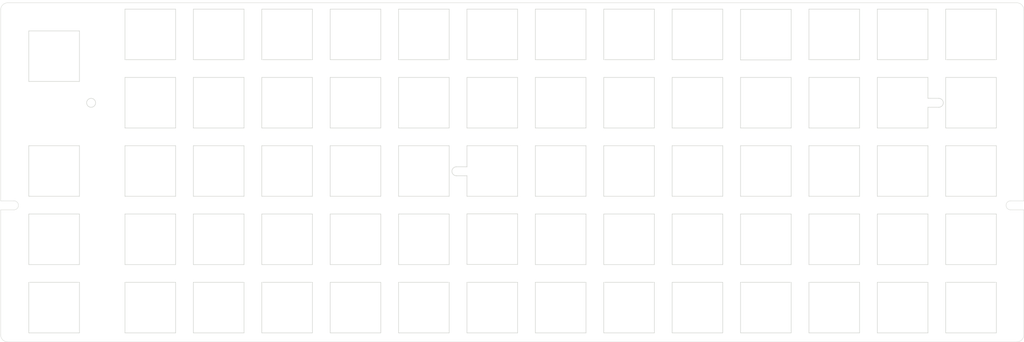
<source format=kicad_pcb>
(kicad_pcb (version 20211014) (generator pcbnew)
  (layers (0 "F.Cu" signal) (31 "B.Cu" signal) (34 "B.Paste" user) (35 "F.Paste" user) (36 "B.SilkS" user "B.Silkscreen") (37 "F.SilkS" user "F.Silkscreen") (38 "B.Mask" user) (39 "F.Mask" user) (44 "Edge.Cuts" user))
  (net 0 "")
  (footprint "kbd_SW_Hole:SW_Hole_1u" (layer "F.Cu") (at 65.484386 71.437516)
    (fp_text reference "SW7" hide)
    (fp_text value "SW_PUSH" hide)
    (fp_line (start 7.05 -7.05) (end 7.05 7.05) (layer "Edge.Cuts") (width 0.15))
    (fp_line (start -7.05 7.05) (end -7.05 -7.05) (layer "Edge.Cuts") (width 0.15))
    (fp_line (start -7.05 -7.05) (end 7.05 -7.05) (layer "Edge.Cuts") (width 0.15))
    (fp_line (start 7.05 7.05) (end -7.05 7.05) (layer "Edge.Cuts") (width 0.15))
  )
  (footprint "kbd_SW_Hole:SW_Hole_1u" (layer "F.Cu") (at 84.534402 33.337436)
    (fp_text reference "SW10" hide)
    (fp_text value "SW_PUSH" hide)
    (fp_line (start -7.05 -7.05) (end 7.05 -7.05) (layer "Edge.Cuts") (width 0.15))
    (fp_line (start 7.05 7.05) (end -7.05 7.05) (layer "Edge.Cuts") (width 0.15))
    (fp_line (start 7.05 -7.05) (end 7.05 7.05) (layer "Edge.Cuts") (width 0.15))
    (fp_line (start -7.05 7.05) (end -7.05 -7.05) (layer "Edge.Cuts") (width 0.15))
  )
  (footprint "kbd_SW_Hole:SW_Hole_1u" (layer "F.Cu") (at 103.584402 33.337436)
    (fp_text reference "SW15" hide)
    (fp_text value "SW_PUSH" hide)
    (fp_line (start 7.05 -7.05) (end 7.05 7.05) (layer "Edge.Cuts") (width 0.15))
    (fp_line (start -7.05 -7.05) (end 7.05 -7.05) (layer "Edge.Cuts") (width 0.15))
    (fp_line (start 7.05 7.05) (end -7.05 7.05) (layer "Edge.Cuts") (width 0.15))
    (fp_line (start -7.05 7.05) (end -7.05 -7.05) (layer "Edge.Cuts") (width 0.15))
  )
  (footprint "kbd_SW_Hole:SW_Hole_1u" (layer "F.Cu") (at 65.484386 52.387516)
    (fp_text reference "SW6" hide)
    (fp_text value "SW_PUSH" hide)
    (fp_line (start 7.05 -7.05) (end 7.05 7.05) (layer "Edge.Cuts") (width 0.15))
    (fp_line (start -7.05 -7.05) (end 7.05 -7.05) (layer "Edge.Cuts") (width 0.15))
    (fp_line (start 7.05 7.05) (end -7.05 7.05) (layer "Edge.Cuts") (width 0.15))
    (fp_line (start -7.05 7.05) (end -7.05 -7.05) (layer "Edge.Cuts") (width 0.15))
  )
  (footprint "kbd_SW_Hole:SW_Hole_1u" (layer "F.Cu") (at 38.695317 90.487516)
    (fp_text reference "SW3" hide)
    (fp_text value "SW_PUSH" hide)
    (fp_line (start -7.05 -7.05) (end 7.05 -7.05) (layer "Edge.Cuts") (width 0.15))
    (fp_line (start 7.05 -7.05) (end 7.05 7.05) (layer "Edge.Cuts") (width 0.15))
    (fp_line (start -7.05 7.05) (end -7.05 -7.05) (layer "Edge.Cuts") (width 0.15))
    (fp_line (start 7.05 7.05) (end -7.05 7.05) (layer "Edge.Cuts") (width 0.15))
  )
  (footprint "kbd_SW_Hole:SW_Hole_1u" (layer "F.Cu") (at 65.484386 33.337436)
    (fp_text reference "SW5" hide)
    (fp_text value "SW_PUSH" hide)
    (fp_line (start 7.05 7.05) (end -7.05 7.05) (layer "Edge.Cuts") (width 0.15))
    (fp_line (start -7.05 -7.05) (end 7.05 -7.05) (layer "Edge.Cuts") (width 0.15))
    (fp_line (start 7.05 -7.05) (end 7.05 7.05) (layer "Edge.Cuts") (width 0.15))
    (fp_line (start -7.05 7.05) (end -7.05 -7.05) (layer "Edge.Cuts") (width 0.15))
  )
  (footprint "kbd_SW_Hole:SW_Hole_1u" (layer "F.Cu") (at 38.695317 39.41063)
    (fp_text reference "SW1" hide)
    (fp_text value "SW_PUSH" hide)
    (fp_line (start -7.05 -7.05) (end 7.05 -7.05) (layer "Edge.Cuts") (width 0.15))
    (fp_line (start 7.05 7.05) (end -7.05 7.05) (layer "Edge.Cuts") (width 0.15))
    (fp_line (start 7.05 -7.05) (end 7.05 7.05) (layer "Edge.Cuts") (width 0.15))
    (fp_line (start -7.05 7.05) (end -7.05 -7.05) (layer "Edge.Cuts") (width 0.15))
  )
  (footprint "kbd_SW_Hole:SW_Hole_1u" (layer "F.Cu") (at 38.695317 71.437516)
    (fp_text reference "SW2" hide)
    (fp_text value "SW_PUSH" hide)
    (fp_line (start -7.05 -7.05) (end 7.05 -7.05) (layer "Edge.Cuts") (width 0.15))
    (fp_line (start 7.05 -7.05) (end 7.05 7.05) (layer "Edge.Cuts") (width 0.15))
    (fp_line (start -7.05 7.05) (end -7.05 -7.05) (layer "Edge.Cuts") (width 0.15))
    (fp_line (start 7.05 7.05) (end -7.05 7.05) (layer "Edge.Cuts") (width 0.15))
  )
  (footprint "kbd_SW_Hole:SW_Hole_1u" (layer "F.Cu") (at 38.695317 109.537516)
    (fp_text reference "SW4" hide)
    (fp_text value "SW_PUSH" hide)
    (fp_line (start 7.05 7.05) (end -7.05 7.05) (layer "Edge.Cuts") (width 0.15))
    (fp_line (start -7.05 -7.05) (end 7.05 -7.05) (layer "Edge.Cuts") (width 0.15))
    (fp_line (start 7.05 -7.05) (end 7.05 7.05) (layer "Edge.Cuts") (width 0.15))
    (fp_line (start -7.05 7.05) (end -7.05 -7.05) (layer "Edge.Cuts") (width 0.15))
  )
  (footprint "kbd_SW_Hole:SW_Hole_1u" (layer "F.Cu") (at 65.484386 109.537516)
    (fp_text reference "SW9" hide)
    (fp_text value "SW_PUSH" hide)
    (fp_line (start 7.05 7.05) (end -7.05 7.05) (layer "Edge.Cuts") (width 0.15))
    (fp_line (start 7.05 -7.05) (end 7.05 7.05) (layer "Edge.Cuts") (width 0.15))
    (fp_line (start -7.05 -7.05) (end 7.05 -7.05) (layer "Edge.Cuts") (width 0.15))
    (fp_line (start -7.05 7.05) (end -7.05 -7.05) (layer "Edge.Cuts") (width 0.15))
  )
  (footprint "kbd_SW_Hole:SW_Hole_1u" (layer "F.Cu") (at 65.484386 90.487516)
    (fp_text reference "SW8" hide)
    (fp_text value "SW_PUSH" hide)
    (fp_line (start -7.05 -7.05) (end 7.05 -7.05) (layer "Edge.Cuts") (width 0.15))
    (fp_line (start 7.05 -7.05) (end 7.05 7.05) (layer "Edge.Cuts") (width 0.15))
    (fp_line (start 7.05 7.05) (end -7.05 7.05) (layer "Edge.Cuts") (width 0.15))
    (fp_line (start -7.05 7.05) (end -7.05 -7.05) (layer "Edge.Cuts") (width 0.15))
  )
  (footprint "kbd_SW_Hole:SW_Hole_1u" (layer "F.Cu") (at 84.534386 71.437516)
    (fp_text reference "SW12" hide)
    (fp_text value "SW_PUSH" hide)
    (fp_line (start 7.05 7.05) (end -7.05 7.05) (layer "Edge.Cuts") (width 0.15))
    (fp_line (start -7.05 -7.05) (end 7.05 -7.05) (layer "Edge.Cuts") (width 0.15))
    (fp_line (start 7.05 -7.05) (end 7.05 7.05) (layer "Edge.Cuts") (width 0.15))
    (fp_line (start -7.05 7.05) (end -7.05 -7.05) (layer "Edge.Cuts") (width 0.15))
  )
  (footprint "kbd_SW_Hole:SW_Hole_1u" (layer "F.Cu") (at 84.534386 52.387516)
    (fp_text reference "SW11" hide)
    (fp_text value "SW_PUSH" hide)
    (fp_line (start -7.05 7.05) (end -7.05 -7.05) (layer "Edge.Cuts") (width 0.15))
    (fp_line (start -7.05 -7.05) (end 7.05 -7.05) (layer "Edge.Cuts") (width 0.15))
    (fp_line (start 7.05 7.05) (end -7.05 7.05) (layer "Edge.Cuts") (width 0.15))
    (fp_line (start 7.05 -7.05) (end 7.05 7.05) (layer "Edge.Cuts") (width 0.15))
  )
  (footprint "kbd_SW_Hole:SW_Hole_1u" (layer "F.Cu") (at 84.534386 90.487516)
    (fp_text reference "SW13" hide)
    (fp_text value "SW_PUSH" hide)
    (fp_line (start -7.05 -7.05) (end 7.05 -7.05) (layer "Edge.Cuts") (width 0.15))
    (fp_line (start 7.05 -7.05) (end 7.05 7.05) (layer "Edge.Cuts") (width 0.15))
    (fp_line (start 7.05 7.05) (end -7.05 7.05) (layer "Edge.Cuts") (width 0.15))
    (fp_line (start -7.05 7.05) (end -7.05 -7.05) (layer "Edge.Cuts") (width 0.15))
  )
  (footprint "kbd_SW_Hole:SW_Hole_1u" (layer "F.Cu") (at 84.534386 109.537516)
    (fp_text reference "SW14" hide)
    (fp_text value "SW_PUSH" hide)
    (fp_line (start -7.05 7.05) (end -7.05 -7.05) (layer "Edge.Cuts") (width 0.15))
    (fp_line (start 7.05 -7.05) (end 7.05 7.05) (layer "Edge.Cuts") (width 0.15))
    (fp_line (start 7.05 7.05) (end -7.05 7.05) (layer "Edge.Cuts") (width 0.15))
    (fp_line (start -7.05 -7.05) (end 7.05 -7.05) (layer "Edge.Cuts") (width 0.15))
  )
  (footprint "kbd_SW_Hole:SW_Hole_1u" (layer "F.Cu") (at 103.584386 71.437516)
    (fp_text reference "SW17" hide)
    (fp_text value "SW_PUSH" hide)
    (fp_line (start -7.05 7.05) (end -7.05 -7.05) (layer "Edge.Cuts") (width 0.15))
    (fp_line (start 7.05 7.05) (end -7.05 7.05) (layer "Edge.Cuts") (width 0.15))
    (fp_line (start -7.05 -7.05) (end 7.05 -7.05) (layer "Edge.Cuts") (width 0.15))
    (fp_line (start 7.05 -7.05) (end 7.05 7.05) (layer "Edge.Cuts") (width 0.15))
  )
  (footprint "kbd_SW_Hole:SW_Hole_1u" (layer "F.Cu") (at 103.584386 109.537516)
    (fp_text reference "SW19" hide)
    (fp_text value "SW_PUSH" hide)
    (fp_line (start 7.05 7.05) (end -7.05 7.05) (layer "Edge.Cuts") (width 0.15))
    (fp_line (start -7.05 7.05) (end -7.05 -7.05) (layer "Edge.Cuts") (width 0.15))
    (fp_line (start 7.05 -7.05) (end 7.05 7.05) (layer "Edge.Cuts") (width 0.15))
    (fp_line (start -7.05 -7.05) (end 7.05 -7.05) (layer "Edge.Cuts") (width 0.15))
  )
  (footprint "kbd_SW_Hole:SW_Hole_1u" (layer "F.Cu") (at 103.584386 52.387516)
    (fp_text reference "SW16" hide)
    (fp_text value "SW_PUSH" hide)
    (fp_line (start 7.05 -7.05) (end 7.05 7.05) (layer "Edge.Cuts") (width 0.15))
    (fp_line (start -7.05 7.05) (end -7.05 -7.05) (layer "Edge.Cuts") (width 0.15))
    (fp_line (start 7.05 7.05) (end -7.05 7.05) (layer "Edge.Cuts") (width 0.15))
    (fp_line (start -7.05 -7.05) (end 7.05 -7.05) (layer "Edge.Cuts") (width 0.15))
  )
  (footprint "kbd_SW_Hole:SW_Hole_1u" (layer "F.Cu") (at 103.584386 90.487516)
    (fp_text reference "SW18" hide)
    (fp_text value "SW_PUSH" hide)
    (fp_line (start 7.05 7.05) (end -7.05 7.05) (layer "Edge.Cuts") (width 0.15))
    (fp_line (start 7.05 -7.05) (end 7.05 7.05) (layer "Edge.Cuts") (width 0.15))
    (fp_line (start -7.05 7.05) (end -7.05 -7.05) (layer "Edge.Cuts") (width 0.15))
    (fp_line (start -7.05 -7.05) (end 7.05 -7.05) (layer "Edge.Cuts") (width 0.15))
  )
  (footprint "kbd_SW_Hole:SW_Hole_1u" (layer "F.Cu") (at 122.634402 33.337436)
    (fp_text reference "SW20" hide)
    (fp_text value "SW_PUSH" hide)
    (fp_line (start -7.05 7.05) (end -7.05 -7.05) (layer "Edge.Cuts") (width 0.15))
    (fp_line (start 7.05 7.05) (end -7.05 7.05) (layer "Edge.Cuts") (width 0.15))
    (fp_line (start -7.05 -7.05) (end 7.05 -7.05) (layer "Edge.Cuts") (width 0.15))
    (fp_line (start 7.05 -7.05) (end 7.05 7.05) (layer "Edge.Cuts") (width 0.15))
  )
  (footprint "kbd_SW_Hole:SW_Hole_1u" (layer "F.Cu") (at 122.634386 71.437516)
    (fp_text reference "SW22" hide)
    (fp_text value "SW_PUSH" hide)
    (fp_line (start -7.05 -7.05) (end 7.05 -7.05) (layer "Edge.Cuts") (width 0.15))
    (fp_line (start -7.05 7.05) (end -7.05 -7.05) (layer "Edge.Cuts") (width 0.15))
    (fp_line (start 7.05 -7.05) (end 7.05 7.05) (layer "Edge.Cuts") (width 0.15))
    (fp_line (start 7.05 7.05) (end -7.05 7.05) (layer "Edge.Cuts") (width 0.15))
  )
  (footprint "kbd_SW_Hole:SW_Hole_1u" (layer "F.Cu") (at 122.634386 52.387516)
    (fp_text reference "SW21" hide)
    (fp_text value "SW_PUSH" hide)
    (fp_line (start 7.05 7.05) (end -7.05 7.05) (layer "Edge.Cuts") (width 0.15))
    (fp_line (start -7.05 7.05) (end -7.05 -7.05) (layer "Edge.Cuts") (width 0.15))
    (fp_line (start -7.05 -7.05) (end 7.05 -7.05) (layer "Edge.Cuts") (width 0.15))
    (fp_line (start 7.05 -7.05) (end 7.05 7.05) (layer "Edge.Cuts") (width 0.15))
  )
  (footprint "kbd_SW_Hole:SW_Hole_1u" (layer "F.Cu") (at 160.734386 109.537516)
    (fp_text reference "SW34" hide)
    (fp_text value "SW_PUSH" hide)
    (fp_line (start 7.05 -7.05) (end 7.05 7.05) (layer "Edge.Cuts") (width 0.15))
    (fp_line (start 7.05 7.05) (end -7.05 7.05) (layer "Edge.Cuts") (width 0.15))
    (fp_line (start -7.05 -7.05) (end 7.05 -7.05) (layer "Edge.Cuts") (width 0.15))
    (fp_line (start -7.05 7.05) (end -7.05 -7.05) (layer "Edge.Cuts") (width 0.15))
  )
  (footprint "kbd_SW_Hole:SW_Hole_1u" (layer "F.Cu") (at 122.634386 90.487516)
    (fp_text reference "SW23" hide)
    (fp_text value "SW_PUSH" hide)
    (fp_line (start 7.05 -7.05) (end 7.05 7.05) (layer "Edge.Cuts") (width 0.15))
    (fp_line (start 7.05 7.05) (end -7.05 7.05) (layer "Edge.Cuts") (width 0.15))
    (fp_line (start -7.05 7.05) (end -7.05 -7.05) (layer "Edge.Cuts") (width 0.15))
    (fp_line (start -7.05 -7.05) (end 7.05 -7.05) (layer "Edge.Cuts") (width 0.15))
  )
  (footprint "kbd_SW_Hole:SW_Hole_1u" (layer "F.Cu") (at 141.684386 52.387516)
    (fp_text reference "SW26" hide)
    (fp_text value "SW_PUSH" hide)
    (fp_line (start 7.05 -7.05) (end 7.05 7.05) (layer "Edge.Cuts") (width 0.15))
    (fp_line (start -7.05 -7.05) (end 7.05 -7.05) (layer "Edge.Cuts") (width 0.15))
    (fp_line (start -7.05 7.05) (end -7.05 -7.05) (layer "Edge.Cuts") (width 0.15))
    (fp_line (start 7.05 7.05) (end -7.05 7.05) (layer "Edge.Cuts") (width 0.15))
  )
  (footprint "kbd_SW_Hole:SW_Hole_1u" (layer "F.Cu") (at 141.684386 90.487516)
    (fp_text reference "SW28" hide)
    (fp_text value "SW_PUSH" hide)
    (fp_line (start -7.05 -7.05) (end 7.05 -7.05) (layer "Edge.Cuts") (width 0.15))
    (fp_line (start 7.05 -7.05) (end 7.05 7.05) (layer "Edge.Cuts") (width 0.15))
    (fp_line (start -7.05 7.05) (end -7.05 -7.05) (layer "Edge.Cuts") (width 0.15))
    (fp_line (start 7.05 7.05) (end -7.05 7.05) (layer "Edge.Cuts") (width 0.15))
  )
  (footprint "kbd_SW_Hole:SW_Hole_1u" (layer "F.Cu") (at 160.734386 90.443766)
    (fp_text reference "SW33" hide)
    (fp_text value "SW_PUSH" hide)
    (fp_line (start -7.05 7.05) (end -7.05 -7.05) (layer "Edge.Cuts") (width 0.15))
    (fp_line (start 7.05 7.05) (end -7.05 7.05) (layer "Edge.Cuts") (width 0.15))
    (fp_line (start -7.05 -7.05) (end 7.05 -7.05) (layer "Edge.Cuts") (width 0.15))
    (fp_line (start 7.05 -7.05) (end 7.05 7.05) (layer "Edge.Cuts") (width 0.15))
  )
  (footprint "kbd_SW_Hole:SW_Hole_1u" (layer "F.Cu") (at 141.684402 33.337436)
    (fp_text reference "SW25" hide)
    (fp_text value "SW_PUSH" hide)
    (fp_line (start -7.05 7.05) (end -7.05 -7.05) (layer "Edge.Cuts") (width 0.15))
    (fp_line (start -7.05 -7.05) (end 7.05 -7.05) (layer "Edge.Cuts") (width 0.15))
    (fp_line (start 7.05 -7.05) (end 7.05 7.05) (layer "Edge.Cuts") (width 0.15))
    (fp_line (start 7.05 7.05) (end -7.05 7.05) (layer "Edge.Cuts") (width 0.15))
  )
  (footprint "kbd_SW_Hole:SW_Hole_1u" (layer "F.Cu") (at 122.634386 109.537516)
    (fp_text reference "SW24" hide)
    (fp_text value "SW_PUSH" hide)
    (fp_line (start 7.05 7.05) (end -7.05 7.05) (layer "Edge.Cuts") (width 0.15))
    (fp_line (start -7.05 7.05) (end -7.05 -7.05) (layer "Edge.Cuts") (width 0.15))
    (fp_line (start -7.05 -7.05) (end 7.05 -7.05) (layer "Edge.Cuts") (width 0.15))
    (fp_line (start 7.05 -7.05) (end 7.05 7.05) (layer "Edge.Cuts") (width 0.15))
  )
  (footprint "kbd_SW_Hole:SW_Hole_1u" (layer "F.Cu") (at 141.684386 71.437516)
    (fp_text reference "SW27" hide)
    (fp_text value "SW_PUSH" hide)
    (fp_line (start -7.05 7.05) (end -7.05 -7.05) (layer "Edge.Cuts") (width 0.15))
    (fp_line (start -7.05 -7.05) (end 7.05 -7.05) (layer "Edge.Cuts") (width 0.15))
    (fp_line (start 7.05 7.05) (end -7.05 7.05) (layer "Edge.Cuts") (width 0.15))
    (fp_line (start 7.05 -7.05) (end 7.05 7.05) (layer "Edge.Cuts") (width 0.15))
  )
  (footprint "kbd_SW_Hole:SW_Hole_1u" (layer "F.Cu") (at 141.684386 109.537516)
    (fp_text reference "SW29" hide)
    (fp_text value "SW_PUSH" hide)
    (fp_line (start -7.05 7.05) (end -7.05 -7.05) (layer "Edge.Cuts") (width 0.15))
    (fp_line (start 7.05 7.05) (end -7.05 7.05) (layer "Edge.Cuts") (width 0.15))
    (fp_line (start -7.05 -7.05) (end 7.05 -7.05) (layer "Edge.Cuts") (width 0.15))
    (fp_line (start 7.05 -7.05) (end 7.05 7.05) (layer "Edge.Cuts") (width 0.15))
  )
  (footprint "kbd_SW_Hole:SW_Hole_1u" (layer "F.Cu") (at 179.784402 33.337436)
    (fp_text reference "SW35" hide)
    (fp_text value "SW_PUSH" hide)
    (fp_line (start -7.05 -7.05) (end 7.05 -7.05) (layer "Edge.Cuts") (width 0.15))
    (fp_line (start 7.05 7.05) (end -7.05 7.05) (layer "Edge.Cuts") (width 0.15))
    (fp_line (start -7.05 7.05) (end -7.05 -7.05) (layer "Edge.Cuts") (width 0.15))
    (fp_line (start 7.05 -7.05) (end 7.05 7.05) (layer "Edge.Cuts") (width 0.15))
  )
  (footprint "kbd_SW_Hole:SW_Hole_1u" (layer "F.Cu") (at 179.784386 109.537516)
    (fp_text reference "SW39" hide)
    (fp_text value "SW_PUSH" hide)
    (fp_line (start 7.05 7.05) (end -7.05 7.05) (layer "Edge.Cuts") (width 0.15))
    (fp_line (start -7.05 -7.05) (end 7.05 -7.05) (layer "Edge.Cuts") (width 0.15))
    (fp_line (start 7.05 -7.05) (end 7.05 7.05) (layer "Edge.Cuts") (width 0.15))
    (fp_line (start -7.05 7.05) (end -7.05 -7.05) (layer "Edge.Cuts") (width 0.15))
  )
  (footprint "kbd_SW_Hole:SW_Hole_1u" (layer "F.Cu") (at 198.834386 52.387516)
    (fp_text reference "SW41" hide)
    (fp_text value "SW_PUSH" hide)
    (fp_line (start -7.05 7.05) (end -7.05 -7.05) (layer "Edge.Cuts") (width 0.15))
    (fp_line (start 7.05 7.05) (end -7.05 7.05) (layer "Edge.Cuts") (width 0.15))
    (fp_line (start 7.05 -7.05) (end 7.05 7.05) (layer "Edge.Cuts") (width 0.15))
    (fp_line (start -7.05 -7.05) (end 7.05 -7.05) (layer "Edge.Cuts") (width 0.15))
  )
  (footprint "kbd_SW_Hole:SW_Hole_1u" (layer "F.Cu") (at 198.834386 71.437516)
    (fp_text reference "SW42" hide)
    (fp_text value "SW_PUSH" hide)
    (fp_line (start -7.05 7.05) (end -7.05 -7.05) (layer "Edge.Cuts") (width 0.15))
    (fp_line (start 7.05 7.05) (end -7.05 7.05) (layer "Edge.Cuts") (width 0.15))
    (fp_line (start -7.05 -7.05) (end 7.05 -7.05) (layer "Edge.Cuts") (width 0.15))
    (fp_line (start 7.05 -7.05) (end 7.05 7.05) (layer "Edge.Cuts") (width 0.15))
  )
  (footprint "kbd_SW_Hole:SW_Hole_1u" (layer "F.Cu") (at 160.734402 33.337436)
    (fp_text reference "SW30" hide)
    (fp_text value "SW_PUSH" hide)
    (fp_line (start 7.05 -7.05) (end 7.05 7.05) (layer "Edge.Cuts") (width 0.15))
    (fp_line (start 7.05 7.05) (end -7.05 7.05) (layer "Edge.Cuts") (width 0.15))
    (fp_line (start -7.05 7.05) (end -7.05 -7.05) (layer "Edge.Cuts") (width 0.15))
    (fp_line (start -7.05 -7.05) (end 7.05 -7.05) (layer "Edge.Cuts") (width 0.15))
  )
  (footprint "kbd_SW_Hole:SW_Hole_1u" (layer "F.Cu") (at 179.784386 90.487516)
    (fp_text reference "SW38" hide)
    (fp_text value "SW_PUSH" hide)
    (fp_line (start -7.05 7.05) (end -7.05 -7.05) (layer "Edge.Cuts") (width 0.15))
    (fp_line (start 7.05 7.05) (end -7.05 7.05) (layer "Edge.Cuts") (width 0.15))
    (fp_line (start 7.05 -7.05) (end 7.05 7.05) (layer "Edge.Cuts") (width 0.15))
    (fp_line (start -7.05 -7.05) (end 7.05 -7.05) (layer "Edge.Cuts") (width 0.15))
  )
  (footprint "kbd_SW_Hole:SW_Hole_1u" (layer "F.Cu") (at 198.834386 109.537516)
    (fp_text reference "SW44" hide)
    (fp_text value "SW_PUSH" hide)
    (fp_line (start 7.05 7.05) (end -7.05 7.05) (layer "Edge.Cuts") (width 0.15))
    (fp_line (start -7.05 7.05) (end -7.05 -7.05) (layer "Edge.Cuts") (width 0.15))
    (fp_line (start 7.05 -7.05) (end 7.05 7.05) (layer "Edge.Cuts") (width 0.15))
    (fp_line (start -7.05 -7.05) (end 7.05 -7.05) (layer "Edge.Cuts") (width 0.15))
  )
  (footprint "kbd_SW_Hole:SW_Hole_1u" (layer "F.Cu") (at 179.784386 52.387516)
    (fp_text reference "SW36" hide)
    (fp_text value "SW_PUSH" hide)
    (fp_line (start -7.05 -7.05) (end 7.05 -7.05) (layer "Edge.Cuts") (width 0.15))
    (fp_line (start 7.05 7.05) (end -7.05 7.05) (layer "Edge.Cuts") (width 0.15))
    (fp_line (start 7.05 -7.05) (end 7.05 7.05) (layer "Edge.Cuts") (width 0.15))
    (fp_line (start -7.05 7.05) (end -7.05 -7.05) (layer "Edge.Cuts") (width 0.15))
  )
  (footprint "kbd_SW_Hole:SW_Hole_1u" (layer "F.Cu") (at 198.834402 33.337436)
    (fp_text reference "SW40" hide)
    (fp_text value "SW_PUSH" hide)
    (fp_line (start -7.05 7.05) (end -7.05 -7.05) (layer "Edge.Cuts") (width 0.15))
    (fp_line (start -7.05 -7.05) (end 7.05 -7.05) (layer "Edge.Cuts") (width 0.15))
    (fp_line (start 7.05 -7.05) (end 7.05 7.05) (layer "Edge.Cuts") (width 0.15))
    (fp_line (start 7.05 7.05) (end -7.05 7.05) (layer "Edge.Cuts") (width 0.15))
  )
  (footprint "kbd_SW_Hole:SW_Hole_1u" (layer "F.Cu") (at 179.784386 71.437516)
    (fp_text reference "SW37" hide)
    (fp_text value "SW_PUSH" hide)
    (fp_line (start 7.05 -7.05) (end 7.05 7.05) (layer "Edge.Cuts") (width 0.15))
    (fp_line (start 7.05 7.05) (end -7.05 7.05) (layer "Edge.Cuts") (width 0.15))
    (fp_line (start -7.05 -7.05) (end 7.05 -7.05) (layer "Edge.Cuts") (width 0.15))
    (fp_line (start -7.05 7.05) (end -7.05 -7.05) (layer "Edge.Cuts") (width 0.15))
  )
  (footprint "kbd_SW_Hole:SW_Hole_1u" (layer "F.Cu") (at 198.834386 90.487516)
    (fp_text reference "SW43" hide)
    (fp_text value "SW_PUSH" hide)
    (fp_line (start -7.05 7.05) (end -7.05 -7.05) (layer "Edge.Cuts") (width 0.15))
    (fp_line (start 7.05 -7.05) (end 7.05 7.05) (layer "Edge.Cuts") (width 0.15))
    (fp_line (start 7.05 7.05) (end -7.05 7.05) (layer "Edge.Cuts") (width 0.15))
    (fp_line (start -7.05 -7.05) (end 7.05 -7.05) (layer "Edge.Cuts") (width 0.15))
  )
  (footprint "kbd_SW_Hole:SW_Hole_1u" (layer "F.Cu") (at 160.734386 52.387516)
    (fp_text reference "SW31" hide)
    (fp_text value "SW_PUSH" hide)
    (fp_line (start -7.05 7.05) (end -7.05 -7.05) (layer "Edge.Cuts") (width 0.15))
    (fp_line (start 7.05 -7.05) (end 7.05 7.05) (layer "Edge.Cuts") (width 0.15))
    (fp_line (start 7.05 7.05) (end -7.05 7.05) (layer "Edge.Cuts") (width 0.15))
    (fp_line (start -7.05 -7.05) (end 7.05 -7.05) (layer "Edge.Cuts") (width 0.15))
  )
  (footprint "kbd_SW_Hole:SW_Hole_1u" (layer "F.Cu") (at 275.034402 33.337436)
    (fp_text reference "SW60" hide)
    (fp_text value "SW_PUSH" hide)
    (fp_line (start 7.05 7.05) (end -7.05 7.05) (layer "Edge.Cuts") (width 0.15))
    (fp_line (start -7.05 -7.05) (end 7.05 -7.05) (layer "Edge.Cuts") (width 0.15))
    (fp_line (start 7.05 -7.05) (end 7.05 7.05) (layer "Edge.Cuts") (width 0.15))
    (fp_line (start -7.05 7.05) (end -7.05 -7.05) (layer "Edge.Cuts") (width 0.15))
  )
  (footprint "kbd_SW_Hole:SW_Hole_1u" (layer "F.Cu") (at 236.934386 52.387516)
    (fp_text reference "SW51" hide)
    (fp_text value "SW_PUSH" hide)
    (fp_line (start 7.05 -7.05) (end 7.05 7.05) (layer "Edge.Cuts") (width 0.15))
    (fp_line (start -7.05 -7.05) (end 7.05 -7.05) (layer "Edge.Cuts") (width 0.15))
    (fp_line (start -7.05 7.05) (end -7.05 -7.05) (layer "Edge.Cuts") (width 0.15))
    (fp_line (start 7.05 7.05) (end -7.05 7.05) (layer "Edge.Cuts") (width 0.15))
  )
  (footprint "kbd_SW_Hole:SW_Hole_1u" (layer "F.Cu") (at 217.884386 109.537516)
    (fp_text reference "SW49" hide)
    (fp_text value "SW_PUSH" hide)
    (fp_line (start -7.05 -7.05) (end 7.05 -7.05) (layer "Edge.Cuts") (width 0.15))
    (fp_line (start -7.05 7.05) (end -7.05 -7.05) (layer "Edge.Cuts") (width 0.15))
    (fp_line (start 7.05 7.05) (end -7.05 7.05) (layer "Edge.Cuts") (width 0.15))
    (fp_line (start 7.05 -7.05) (end 7.05 7.05) (layer "Edge.Cuts") (width 0.15))
  )
  (footprint "kbd_SW_Hole:SW_Hole_1u" (layer "F.Cu") (at 217.884386 71.437516)
    (fp_text reference "SW47" hide)
    (fp_text value "SW_PUSH" hide)
    (fp_line (start -7.05 -7.05) (end 7.05 -7.05) (layer "Edge.Cuts") (width 0.15))
    (fp_line (start 7.05 -7.05) (end 7.05 7.05) (layer "Edge.Cuts") (width 0.15))
    (fp_line (start 7.05 7.05) (end -7.05 7.05) (layer "Edge.Cuts") (width 0.15))
    (fp_line (start -7.05 7.05) (end -7.05 -7.05) (layer "Edge.Cuts") (width 0.15))
  )
  (footprint "kbd_SW_Hole:SW_Hole_1u" (layer "F.Cu") (at 217.884386 90.487516)
    (fp_text reference "SW48" hide)
    (fp_text value "SW_PUSH" hide)
    (fp_line (start 7.05 7.05) (end -7.05 7.05) (layer "Edge.Cuts") (width 0.15))
    (fp_line (start 7.05 -7.05) (end 7.05 7.05) (layer "Edge.Cuts") (width 0.15))
    (fp_line (start -7.05 7.05) (end -7.05 -7.05) (layer "Edge.Cuts") (width 0.15))
    (fp_line (start -7.05 -7.05) (end 7.05 -7.05) (layer "Edge.Cuts") (width 0.15))
  )
  (footprint "kbd_SW_Hole:SW_Hole_1u" (layer "F.Cu") (at 255.984386 109.537516)
    (fp_text reference "SW59" hide)
    (fp_text value "SW_PUSH" hide)
    (fp_line (start 7.05 -7.05) (end 7.05 7.05) (layer "Edge.Cuts") (width 0.15))
    (fp_line (start 7.05 7.05) (end -7.05 7.05) (layer "Edge.Cuts") (width 0.15))
    (fp_line (start -7.05 -7.05) (end 7.05 -7.05) (layer "Edge.Cuts") (width 0.15))
    (fp_line (start -7.05 7.05) (end -7.05 -7.05) (layer "Edge.Cuts") (width 0.15))
  )
  (footprint "kbd_SW_Hole:SW_Hole_1u" (layer "F.Cu") (at 236.934386 71.437516)
    (fp_text reference "SW52" hide)
    (fp_text value "SW_PUSH" hide)
    (fp_line (start -7.05 -7.05) (end 7.05 -7.05) (layer "Edge.Cuts") (width 0.15))
    (fp_line (start 7.05 7.05) (end -7.05 7.05) (layer "Edge.Cuts") (width 0.15))
    (fp_line (start -7.05 7.05) (end -7.05 -7.05) (layer "Edge.Cuts") (width 0.15))
    (fp_line (start 7.05 -7.05) (end 7.05 7.05) (layer "Edge.Cuts") (width 0.15))
  )
  (footprint "kbd_SW_Hole:SW_Hole_1u" (layer "F.Cu") (at 236.934386 109.537516)
    (fp_text reference "SW54" hide)
    (fp_text value "SW_PUSH" hide)
    (fp_line (start 7.05 7.05) (end -7.05 7.05) (layer "Edge.Cuts") (width 0.15))
    (fp_line (start 7.05 -7.05) (end 7.05 7.05) (layer "Edge.Cuts") (width 0.15))
    (fp_line (start -7.05 -7.05) (end 7.05 -7.05) (layer "Edge.Cuts") (width 0.15))
    (fp_line (start -7.05 7.05) (end -7.05 -7.05) (layer "Edge.Cuts") (width 0.15))
  )
  (footprint "kbd_SW_Hole:SW_Hole_1u" (layer "F.Cu") (at 217.884386 52.387516)
    (fp_text reference "SW46" hide)
    (fp_text value "SW_PUSH" hide)
    (fp_line (start 7.05 -7.05) (end 7.05 7.05) (layer "Edge.Cuts") (width 0.15))
    (fp_line (start 7.05 7.05) (end -7.05 7.05) (layer "Edge.Cuts") (width 0.15))
    (fp_line (start -7.05 7.05) (end -7.05 -7.05) (layer "Edge.Cuts") (width 0.15))
    (fp_line (start -7.05 -7.05) (end 7.05 -7.05) (layer "Edge.Cuts") (width 0.15))
  )
  (footprint "kbd_SW_Hole:SW_Hole_1u" (layer "F.Cu") (at 236.934386 90.487516)
    (fp_text reference "SW53" hide)
    (fp_text value "SW_PUSH" hide)
    (fp_line (start -7.05 -7.05) (end 7.05 -7.05) (layer "Edge.Cuts") (width 0.15))
    (fp_line (start 7.05 -7.05) (end 7.05 7.05) (layer "Edge.Cuts") (width 0.15))
    (fp_line (start 7.05 7.05) (end -7.05 7.05) (layer "Edge.Cuts") (width 0.15))
    (fp_line (start -7.05 7.05) (end -7.05 -7.05) (layer "Edge.Cuts") (width 0.15))
  )
  (footprint "kbd_SW_Hole:SW_Hole_1u" (layer "F.Cu") (at 255.984402 33.337436)
    (fp_text reference "SW55" hide)
    (fp_text value "SW_PUSH" hide)
    (fp_line (start 7.05 -7.05) (end 7.05 7.05) (layer "Edge.Cuts") (width 0.15))
    (fp_line (start -7.05 7.05) (end -7.05 -7.05) (layer "Edge.Cuts") (width 0.15))
    (fp_line (start 7.05 7.05) (end -7.05 7.05) (layer "Edge.Cuts") (width 0.15))
    (fp_line (start -7.05 -7.05) (end 7.05 -7.05) (layer "Edge.Cuts") (width 0.15))
  )
  (footprint "kbd_SW_Hole:SW_Hole_1u" (layer "F.Cu") (at 255.984386 90.487516)
    (fp_text reference "SW58" hide)
    (fp_text value "SW_PUSH" hide)
    (fp_line (start 7.05 7.05) (end -7.05 7.05) (layer "Edge.Cuts") (width 0.15))
    (fp_line (start -7.05 -7.05) (end 7.05 -7.05) (layer "Edge.Cuts") (width 0.15))
    (fp_line (start -7.05 7.05) (end -7.05 -7.05) (layer "Edge.Cuts") (width 0.15))
    (fp_line (start 7.05 -7.05) (end 7.05 7.05) (layer "Edge.Cuts") (width 0.15))
  )
  (footprint "kbd_SW_Hole:SW_Hole_1u" (layer "F.Cu") (at 255.984386 71.437516)
    (fp_text reference "SW57" hide)
    (fp_text value "SW_PUSH" hide)
    (fp_line (start 7.05 7.05) (end -7.05 7.05) (layer "Edge.Cuts") (width 0.15))
    (fp_line (start -7.05 7.05) (end -7.05 -7.05) (layer "Edge.Cuts") (width 0.15))
    (fp_line (start -7.05 -7.05) (end 7.05 -7.05) (layer "Edge.Cuts") (width 0.15))
    (fp_line (start 7.05 -7.05) (end 7.05 7.05) (layer "Edge.Cuts") (width 0.15))
  )
  (footprint "kbd_SW_Hole:SW_Hole_1u" (layer "F.Cu") (at 255.984386 52.387516)
    (fp_text reference "SW56" hide)
    (fp_text value "SW_PUSH" hide)
    (fp_line (start 7.05 -7.05) (end 7.05 7.05) (layer "Edge.Cuts") (width 0.15))
    (fp_line (start -7.05 7.05) (end -7.05 -7.05) (layer "Edge.Cuts") (width 0.15))
    (fp_line (start 7.05 7.05) (end -7.05 7.05) (layer "Edge.Cuts") (width 0.15))
    (fp_line (start -7.05 -7.05) (end 7.05 -7.05) (layer "Edge.Cuts") (width 0.15))
  )
  (footprint "kbd_SW_Hole:SW_Hole_1u" (layer "F.Cu") (at 217.884402 33.337436)
    (fp_text reference "SW45" hide)
    (fp_text value "SW_PUSH" hide)
    (fp_line (start 7.05 -7.05) (end 7.05 7.05) (layer "Edge.Cuts") (width 0.15))
    (fp_line (start -7.05 -7.05) (end 7.05 -7.05) (layer "Edge.Cuts") (width 0.15))
    (fp_line (start -7.05 7.05) (end -7.05 -7.05) (layer "Edge.Cuts") (width 0.15))
    (fp_line (start 7.05 7.05) (end -7.05 7.05) (layer "Edge.Cuts") (width 0.15))
  )
  (footprint "kbd_SW_Hole:SW_Hole_1u" (layer "F.Cu") (at 236.934402 33.394386)
    (fp_text reference "SW50" hide)
    (fp_text value "SW_PUSH" hide)
    (fp_line (start 7.05 7.05) (end -7.05 7.05) (layer "Edge.Cuts") (width 0.15))
    (fp_line (start -7.05 7.05) (end -7.05 -7.05) (layer "Edge.Cuts") (width 0.15))
    (fp_line (start 7.05 -7.05) (end 7.05 7.05) (layer "Edge.Cuts") (width 0.15))
    (fp_line (start -7.05 -7.05) (end 7.05 -7.05) (layer "Edge.Cuts") (width 0.15))
  )
  (footprint "kbd_SW_Hole:SW_Hole_1u" (layer "F.Cu") (at 294.084386 90.487516)
    (fp_text reference "SW68" hide)
    (fp_text value "SW_PUSH" hide)
    (fp_line (start 7.05 7.05) (end -7.05 7.05) (layer "Edge.Cuts") (width 0.15))
    (fp_line (start -7.05 -7.05) (end 7.05 -7.05) (layer "Edge.Cuts") (width 0.15))
    (fp_line (start -7.05 7.05) (end -7.05 -7.05) (layer "Edge.Cuts") (width 0.15))
    (fp_line (start 7.05 -7.05) (end 7.05 7.05) (layer "Edge.Cuts") (width 0.15))
  )
  (footprint "kbd_SW_Hole:SW_Hole_1u" (layer "F.Cu") (at 294.084386 52.387516)
    (fp_text reference "SW66" hide)
    (fp_text value "SW_PUSH" hide)
    (fp_line (start -7.05 7.05) (end -7.05 -7.05) (layer "Edge.Cuts") (width 0.15))
    (fp_line (start 7.05 7.05) (end -7.05 7.05) (layer "Edge.Cuts") (width 0.15))
    (fp_line (start -7.05 -7.05) (end 7.05 -7.05) (layer "Edge.Cuts") (width 0.15))
    (fp_line (start 7.05 -7.05) (end 7.05 7.05) (layer "Edge.Cuts") (width 0.15))
  )
  (footprint "kbd_SW_Hole:SW_Hole_1u" (layer "F.Cu") (at 275.034386 109.537516)
    (fp_text reference "SW64" hide)
    (fp_text value "SW_PUSH" hide)
    (fp_line (start -7.05 7.05) (end -7.05 -7.05) (layer "Edge.Cuts") (width 0.15))
    (fp_line (start -7.05 -7.05) (end 7.05 -7.05) (layer "Edge.Cuts") (width 0.15))
    (fp_line (start 7.05 -7.05) (end 7.05 7.05) (layer "Edge.Cuts") (width 0.15))
    (fp_line (start 7.05 7.05) (end -7.05 7.05) (layer "Edge.Cuts") (width 0.15))
  )
  (footprint "kbd_SW_Hole:SW_Hole_1u" (layer "F.Cu") (at 294.084386 109.537516)
    (fp_text reference "SW69" hide)
    (fp_text value "SW_PUSH" hide)
    (fp_line (start -7.05 -7.05) (end 7.05 -7.05) (layer "Edge.Cuts") (width 0.15))
    (fp_line (start 7.05 -7.05) (end 7.05 7.05) (layer "Edge.Cuts") (width 0.15))
    (fp_line (start -7.05 7.05) (end -7.05 -7.05) (layer "Edge.Cuts") (width 0.15))
    (fp_line (start 7.05 7.05) (end -7.05 7.05) (layer "Edge.Cuts") (width 0.15))
  )
  (footprint "kbd_SW_Hole:SW_Hole_1u" (layer "F.Cu") (at 294.084386 71.437516)
    (fp_text reference "SW67" hide)
    (fp_text value "SW_PUSH" hide)
    (fp_line (start 7.05 -7.05) (end 7.05 7.05) (layer "Edge.Cuts") (width 0.15))
    (fp_line (start -7.05 7.05) (end -7.05 -7.05) (layer "Edge.Cuts") (width 0.15))
    (fp_line (start -7.05 -7.05) (end 7.05 -7.05) (layer "Edge.Cuts") (width 0.15))
    (fp_line (start 7.05 7.05) (end -7.05 7.05) (layer "Edge.Cuts") (width 0.15))
  )
  (footprint "kbd_SW_Hole:SW_Hole_1u" (layer "F.Cu") (at 294.084402 33.337436)
    (fp_text reference "SW65" hide)
    (fp_text value "SW_PUSH" hide)
    (fp_line (start 7.05 -7.05) (end 7.05 7.05) (layer "Edge.Cuts") (width 0.15))
    (fp_line (start -7.05 7.05) (end -7.05 -7.05) (layer "Edge.Cuts") (width 0.15))
    (fp_line (start 7.05 7.05) (end -7.05 7.05) (layer "Edge.Cuts") (width 0.15))
    (fp_line (start -7.05 -7.05) (end 7.05 -7.05) (layer "Edge.Cuts") (width 0.15))
  )
  (footprint "kbd_SW_Hole:SW_Hole_1u" (layer "F.Cu") (at 275.034386 71.437516)
    (fp_text reference "SW62" hide)
    (fp_text value "SW_PUSH" hide)
    (fp_line (start 7.05 7.05) (end -7.05 7.05) (layer "Edge.Cuts") (width 0.15))
    (fp_line (start 7.05 -7.05) (end 7.05 7.05) (layer "Edge.Cuts") (width 0.15))
    (fp_line (start -7.05 7.05) (end -7.05 -7.05) (layer "Edge.Cuts") (width 0.15))
    (fp_line (start -7.05 -7.05) (end 7.05 -7.05) (layer "Edge.Cuts") (width 0.15))
  )
  (footprint "kbd_SW_Hole:SW_Hole_1u" (layer "F.Cu") (at 275.034386 90.487516)
    (fp_text reference "SW63" hide)
    (fp_text value "SW_PUSH" hide)
    (fp_line (start 7.05 -7.05) (end 7.05 7.05) (layer "Edge.Cuts") (width 0.15))
    (fp_line (start -7.05 -7.05) (end 7.05 -7.05) (layer "Edge.Cuts") (width 0.15))
    (fp_line (start 7.05 7.05) (end -7.05 7.05) (layer "Edge.Cuts") (width 0.15))
    (fp_line (start -7.05 7.05) (end -7.05 -7.05) (layer "Edge.Cuts") (width 0.15))
  )
  (footprint "Jun_footprints:hole_poker1_edge" (layer "F.Cu") (at 48.9993 52.41455)
    (fp_text reference "J3" hide)
    (fp_text value "hole_poker1_edge" hide)
    (fp_circle (center 0 0) (end 1.2497 0) (layer "Edge.Cuts") (width 0.15) (fill none))
  )
  (gr_arc (start 306.8 24.51375) (mid 308.214261 25.099504) (end 308.8 26.51375) (layer "Edge.Cuts") (width 0.1))
  (gr_arc (start 23.8 26.51375) (mid 24.385804 25.099569) (end 25.8 24.51375) (layer "Edge.Cuts") (width 0.1))
  (gr_arc (start 25.8 119.11615) (mid 24.385739 118.530396) (end 23.8 117.11615) (layer "Edge.Cuts") (width 0.1))
  (gr_line (start 308.8 79.76527) (end 305.09076 79.76527) (layer "Edge.Cuts") (width 0.1))
  (gr_line (start 282.084386 59.437516) (end 267.984386 59.437516) (layer "Edge.Cuts") (width 0.15))
  (gr_line (start 167.784386 64.387516) (end 167.784386 78.487516) (layer "Edge.Cuts") (width 0.15))
  (gr_line (start 25.8 119.11615) (end 306.8 119.11615) (layer "Edge.Cuts") (width 0.1))
  (gr_arc (start 150.74905 72.76343) (mid 149.49937 71.51375) (end 150.74905 70.26407) (layer "Edge.Cuts") (width 0.15))
  (gr_arc (start 305.09076 82.26463) (mid 303.84117 81.015) (end 305.09076 79.76527) (layer "Edge.Cuts") (width 0.1))
  (gr_line (start 150.74905 70.26407) (end 153.684386 70.26407) (layer "Edge.Cuts") (width 0.15))
  (gr_line (start 153.684386 78.487516) (end 153.684386 72.76343) (layer "Edge.Cuts") (width 0.15))
  (gr_line (start 282.084386 45.337516) (end 282.084386 51.16487) (layer "Edge.Cuts") (width 0.15))
  (gr_line (start 306.8 24.51375) (end 25.8 24.51375) (layer "Edge.Cuts") (width 0.1))
  (gr_line (start 153.684386 64.387516) (end 167.784386 64.387516) (layer "Edge.Cuts") (width 0.15))
  (gr_line (start 308.8 82.26463) (end 305.09076 82.26463) (layer "Edge.Cuts") (width 0.1))
  (gr_arc (start 308.8 117.11615) (mid 308.214196 118.530331) (end 306.8 119.11615) (layer "Edge.Cuts") (width 0.1))
  (gr_line (start 267.984386 45.337516) (end 282.084386 45.337516) (layer "Edge.Cuts") (width 0.15))
  (gr_line (start 267.984386 59.437516) (end 267.984386 45.337516) (layer "Edge.Cuts") (width 0.15))
  (gr_line (start 308.8 117.11615) (end 308.8 82.26463) (layer "Edge.Cuts") (width 0.1))
  (gr_arc (start 285.10085 51.16487) (mid 286.35053 52.41455) (end 285.10085 53.66423) (layer "Edge.Cuts") (width 0.15))
  (gr_line (start 167.784386 78.487516) (end 153.684386 78.487516) (layer "Edge.Cuts") (width 0.15))
  (gr_line (start 285.10085 53.66423) (end 282.084386 53.66423) (layer "Edge.Cuts") (width 0.15))
  (gr_line (start 150.74905 72.76343) (end 153.684386 72.76343) (layer "Edge.Cuts") (width 0.15))
  (gr_line (start 285.10085 51.16487) (end 282.084386 51.16487) (layer "Edge.Cuts") (width 0.15))
  (gr_line (start 23.8 26.51375) (end 23.8 79.76495) (layer "Edge.Cuts") (width 0.1))
  (gr_line (start 308.8 79.76527) (end 308.8 26.51375) (layer "Edge.Cuts") (width 0.1))
  (gr_line (start 282.084386 53.66423) (end 282.084386 59.437516) (layer "Edge.Cuts") (width 0.15))
  (gr_line (start 23.8 79.76495) (end 27.50934 79.76527) (layer "Edge.Cuts") (width 0.1))
  (gr_line (start 23.8 82.26495) (end 27.50934 82.26463) (layer "Edge.Cuts") (width 0.1))
  (gr_line (start 153.684386 70.26407) (end 153.684386 64.387516) (layer "Edge.Cuts") (width 0.15))
  (gr_arc (start 27.50934 79.76527) (mid 28.75902 81.01495) (end 27.50934 82.26463) (layer "Edge.Cuts") (width 0.1))
  (gr_line (start 23.8 82.26495) (end 23.8 117.11615) (layer "Edge.Cuts") (width 0.1))
)
</source>
